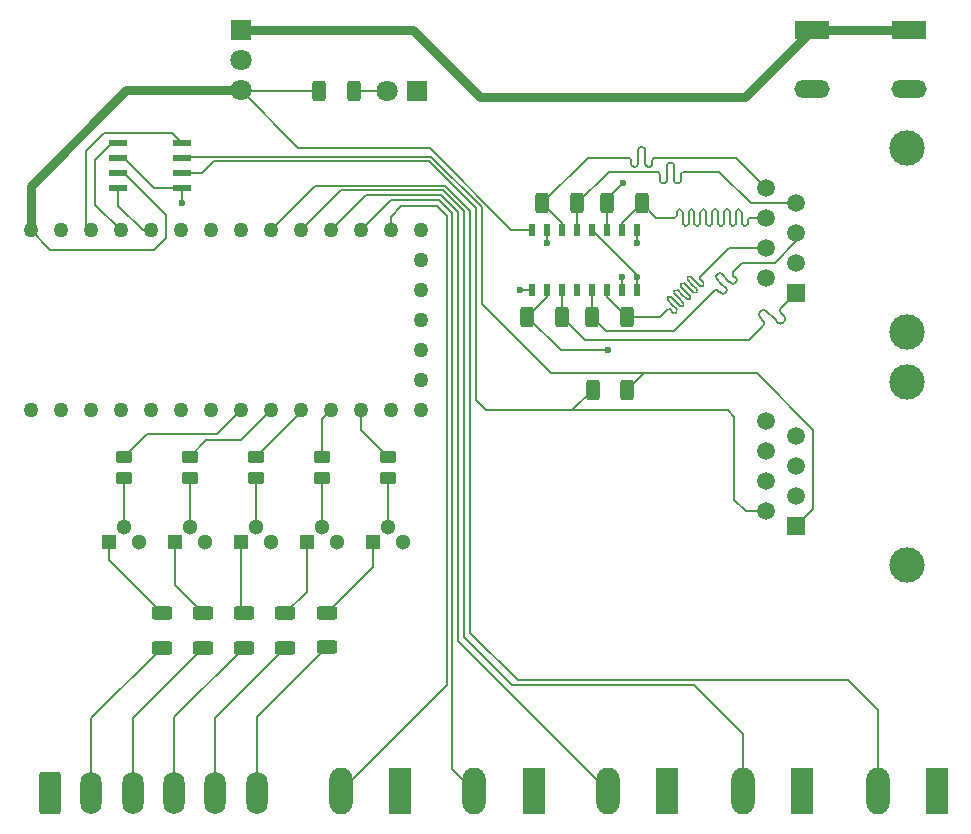
<source format=gtl>
G04 #@! TF.GenerationSoftware,KiCad,Pcbnew,8.0.0*
G04 #@! TF.CreationDate,2024-10-15T09:50:15-05:00*
G04 #@! TF.ProjectId,Rain and Switches Control Board,5261696e-2061-46e6-9420-537769746368,rev?*
G04 #@! TF.SameCoordinates,Original*
G04 #@! TF.FileFunction,Copper,L1,Top*
G04 #@! TF.FilePolarity,Positive*
%FSLAX46Y46*%
G04 Gerber Fmt 4.6, Leading zero omitted, Abs format (unit mm)*
G04 Created by KiCad (PCBNEW 8.0.0) date 2024-10-15 09:50:15*
%MOMM*%
%LPD*%
G01*
G04 APERTURE LIST*
G04 Aperture macros list*
%AMRoundRect*
0 Rectangle with rounded corners*
0 $1 Rounding radius*
0 $2 $3 $4 $5 $6 $7 $8 $9 X,Y pos of 4 corners*
0 Add a 4 corners polygon primitive as box body*
4,1,4,$2,$3,$4,$5,$6,$7,$8,$9,$2,$3,0*
0 Add four circle primitives for the rounded corners*
1,1,$1+$1,$2,$3*
1,1,$1+$1,$4,$5*
1,1,$1+$1,$6,$7*
1,1,$1+$1,$8,$9*
0 Add four rect primitives between the rounded corners*
20,1,$1+$1,$2,$3,$4,$5,0*
20,1,$1+$1,$4,$5,$6,$7,0*
20,1,$1+$1,$6,$7,$8,$9,0*
20,1,$1+$1,$8,$9,$2,$3,0*%
G04 Aperture macros list end*
G04 #@! TA.AperFunction,SMDPad,CuDef*
%ADD10RoundRect,0.250000X0.450000X-0.262500X0.450000X0.262500X-0.450000X0.262500X-0.450000X-0.262500X0*%
G04 #@! TD*
G04 #@! TA.AperFunction,SMDPad,CuDef*
%ADD11R,1.549400X0.609600*%
G04 #@! TD*
G04 #@! TA.AperFunction,SMDPad,CuDef*
%ADD12RoundRect,0.250000X0.625000X-0.312500X0.625000X0.312500X-0.625000X0.312500X-0.625000X-0.312500X0*%
G04 #@! TD*
G04 #@! TA.AperFunction,ComponentPad*
%ADD13R,1.300000X1.300000*%
G04 #@! TD*
G04 #@! TA.AperFunction,ComponentPad*
%ADD14C,1.300000*%
G04 #@! TD*
G04 #@! TA.AperFunction,ComponentPad*
%ADD15RoundRect,0.250000X-0.650000X-1.550000X0.650000X-1.550000X0.650000X1.550000X-0.650000X1.550000X0*%
G04 #@! TD*
G04 #@! TA.AperFunction,ComponentPad*
%ADD16O,1.800000X3.600000*%
G04 #@! TD*
G04 #@! TA.AperFunction,ComponentPad*
%ADD17R,1.800000X1.800000*%
G04 #@! TD*
G04 #@! TA.AperFunction,ComponentPad*
%ADD18C,1.800000*%
G04 #@! TD*
G04 #@! TA.AperFunction,SMDPad,CuDef*
%ADD19RoundRect,0.250000X0.312500X0.625000X-0.312500X0.625000X-0.312500X-0.625000X0.312500X-0.625000X0*%
G04 #@! TD*
G04 #@! TA.AperFunction,SMDPad,CuDef*
%ADD20RoundRect,0.250000X-0.312500X-0.625000X0.312500X-0.625000X0.312500X0.625000X-0.312500X0.625000X0*%
G04 #@! TD*
G04 #@! TA.AperFunction,ComponentPad*
%ADD21O,1.980000X3.960000*%
G04 #@! TD*
G04 #@! TA.AperFunction,ComponentPad*
%ADD22R,1.980000X3.960000*%
G04 #@! TD*
G04 #@! TA.AperFunction,ComponentPad*
%ADD23C,3.000000*%
G04 #@! TD*
G04 #@! TA.AperFunction,ComponentPad*
%ADD24C,1.500000*%
G04 #@! TD*
G04 #@! TA.AperFunction,ComponentPad*
%ADD25R,1.500000X1.500000*%
G04 #@! TD*
G04 #@! TA.AperFunction,ComponentPad*
%ADD26O,3.000000X1.500000*%
G04 #@! TD*
G04 #@! TA.AperFunction,ComponentPad*
%ADD27R,3.000000X1.500000*%
G04 #@! TD*
G04 #@! TA.AperFunction,SMDPad,CuDef*
%ADD28R,0.508000X1.104900*%
G04 #@! TD*
G04 #@! TA.AperFunction,ComponentPad*
%ADD29C,1.265000*%
G04 #@! TD*
G04 #@! TA.AperFunction,ViaPad*
%ADD30C,0.600000*%
G04 #@! TD*
G04 #@! TA.AperFunction,Conductor*
%ADD31C,0.200000*%
G04 #@! TD*
G04 #@! TA.AperFunction,Conductor*
%ADD32C,0.762000*%
G04 #@! TD*
G04 APERTURE END LIST*
D10*
X116582400Y-78243400D03*
X116582400Y-80068400D03*
X122119600Y-78243400D03*
X122119600Y-80068400D03*
X127707600Y-78243400D03*
X127707600Y-80068400D03*
X133295600Y-80068400D03*
X133295600Y-78243400D03*
X138883600Y-80068400D03*
X138883600Y-78243400D03*
D11*
X121459200Y-51671200D03*
X121459200Y-52941200D03*
X121459200Y-54211200D03*
X121459200Y-55481200D03*
X116059200Y-55481200D03*
X116059200Y-54211200D03*
X116059200Y-52941200D03*
X116059200Y-51671200D03*
D12*
X119782800Y-94440400D03*
X119782800Y-91515400D03*
X123237200Y-94440400D03*
X123237200Y-91515400D03*
X126691600Y-94440400D03*
X126691600Y-91515400D03*
X130196800Y-91515400D03*
X130196800Y-94440400D03*
X133752800Y-91464600D03*
X133752800Y-94389600D03*
D13*
X115261600Y-85504000D03*
D14*
X116531600Y-84234000D03*
X117801600Y-85504000D03*
D13*
X120849600Y-85504000D03*
D14*
X122119600Y-84234000D03*
X123389600Y-85504000D03*
D13*
X126437600Y-85504000D03*
D14*
X127707600Y-84234000D03*
X128977600Y-85504000D03*
D13*
X132025600Y-85504000D03*
D14*
X133295600Y-84234000D03*
X134565600Y-85504000D03*
X140153600Y-85504000D03*
X138883600Y-84234000D03*
D13*
X137613600Y-85504000D03*
D15*
X110296000Y-106703800D03*
D16*
X113796000Y-106703800D03*
X117296000Y-106703800D03*
X120796000Y-106703800D03*
X124296000Y-106703800D03*
X127796000Y-106703800D03*
D17*
X126438600Y-42166600D03*
D18*
X126438600Y-44706600D03*
X126438600Y-47246600D03*
D19*
X153651000Y-66403200D03*
X150726000Y-66403200D03*
D20*
X133113800Y-47302400D03*
X136038800Y-47302400D03*
D19*
X160386000Y-56802000D03*
X157461000Y-56802000D03*
D21*
X157578200Y-106535200D03*
D22*
X162578200Y-106535200D03*
D23*
X182873800Y-52150800D03*
X182873800Y-67690800D03*
D24*
X170933800Y-55475800D03*
X173473800Y-56745800D03*
X170933800Y-58015800D03*
X173473800Y-59285800D03*
X170933800Y-60555800D03*
X173473800Y-61825800D03*
X170933800Y-63095800D03*
D25*
X173473800Y-64365800D03*
D18*
X138832800Y-47302400D03*
D17*
X141372800Y-47302400D03*
D19*
X159116000Y-66403200D03*
X156191000Y-66403200D03*
D26*
X174828800Y-47120800D03*
X183028800Y-47120800D03*
D27*
X174828800Y-42120800D03*
X183028800Y-42120800D03*
D19*
X154921000Y-56802000D03*
X151996000Y-56802000D03*
D21*
X180378200Y-106535200D03*
D22*
X185378200Y-106535200D03*
D28*
X151126400Y-59037200D03*
X152396400Y-59037200D03*
X153666400Y-59037200D03*
X154936400Y-59037200D03*
X156206400Y-59037200D03*
X157476400Y-59037200D03*
X158746400Y-59037200D03*
X160016400Y-59037200D03*
X160016400Y-64117200D03*
X158746400Y-64117200D03*
X157476400Y-64117200D03*
X156206400Y-64117200D03*
X154936400Y-64117200D03*
X153666400Y-64117200D03*
X152396400Y-64117200D03*
X151126400Y-64117200D03*
D23*
X182888800Y-71920800D03*
X182888800Y-87460800D03*
D24*
X170948800Y-75245800D03*
X173488800Y-76515800D03*
X170948800Y-77785800D03*
X173488800Y-79055800D03*
X170948800Y-80325800D03*
X173488800Y-81595800D03*
X170948800Y-82865800D03*
D25*
X173488800Y-84135800D03*
D20*
X159171000Y-72578800D03*
X156246000Y-72578800D03*
D29*
X108657600Y-59088000D03*
X111197600Y-59088000D03*
X113737600Y-59088000D03*
X116277600Y-59088000D03*
X118817600Y-59088000D03*
X121357600Y-59088000D03*
X123897600Y-59088000D03*
X126437600Y-59088000D03*
X128977600Y-59088000D03*
X131517600Y-59088000D03*
X134057600Y-59088000D03*
X136597600Y-59088000D03*
X139137600Y-59088000D03*
X141677600Y-59088000D03*
X141677600Y-61628000D03*
X141677600Y-64168000D03*
X141677600Y-66708000D03*
X141677600Y-69248000D03*
X141677600Y-71788000D03*
X141677600Y-74328000D03*
X139137600Y-74328000D03*
X136597600Y-74328000D03*
X134057600Y-74328000D03*
X131517600Y-74328000D03*
X128977600Y-74328000D03*
X126437600Y-74328000D03*
X123897600Y-74328000D03*
X121357600Y-74328000D03*
X118817600Y-74328000D03*
X116277600Y-74328000D03*
X113737600Y-74328000D03*
X111197600Y-74328000D03*
X108657600Y-74328000D03*
D21*
X134938200Y-106535200D03*
D22*
X139938200Y-106535200D03*
D21*
X146238200Y-106535200D03*
D22*
X151238200Y-106535200D03*
D21*
X168958200Y-106535200D03*
D22*
X173958200Y-106535200D03*
D30*
X121446000Y-56778800D03*
X157527200Y-69248000D03*
X158797200Y-55074800D03*
X160016400Y-62999600D03*
X150059600Y-64117200D03*
X152396400Y-60154800D03*
X160016400Y-60154800D03*
X158746400Y-62999600D03*
D31*
X121446000Y-55494400D02*
X121459200Y-55481200D01*
X121446000Y-56778800D02*
X121446000Y-55494400D01*
X119069100Y-55481200D02*
X121459200Y-55481200D01*
X116529100Y-52941200D02*
X119069100Y-55481200D01*
X116059200Y-52941200D02*
X116529100Y-52941200D01*
X156246000Y-72578800D02*
X154496000Y-74328800D01*
X167696000Y-74328800D02*
X154496000Y-74328800D01*
X154496000Y-74328800D02*
X147221000Y-74328800D01*
X160571000Y-71178800D02*
X152746000Y-71178800D01*
X170121000Y-71178800D02*
X160571000Y-71178800D01*
X159171000Y-72578800D02*
X160571000Y-71178800D01*
X170948800Y-82865800D02*
X169208000Y-82865800D01*
X169208000Y-82865800D02*
X168246000Y-81903800D01*
X147221000Y-74328800D02*
X146351200Y-73459000D01*
X168246000Y-81903800D02*
X168246000Y-74878800D01*
X142388800Y-53246000D02*
X124151600Y-53246000D01*
X146351200Y-57208400D02*
X142388800Y-53246000D01*
X168246000Y-74878800D02*
X167696000Y-74328800D01*
X123186400Y-54211200D02*
X121459200Y-54211200D01*
X146351200Y-73459000D02*
X146351200Y-57208400D01*
X124151600Y-53246000D02*
X123186400Y-54211200D01*
X173488800Y-84135800D02*
X174921000Y-82703600D01*
X174921000Y-82703600D02*
X174921000Y-75978800D01*
X146859200Y-65292000D02*
X146859200Y-57150714D01*
X146859200Y-57150714D02*
X142554486Y-52846000D01*
X174921000Y-75978800D02*
X170121000Y-71178800D01*
X142554486Y-52846000D02*
X121554400Y-52846000D01*
X152746000Y-71178800D02*
X146859200Y-65292000D01*
X121554400Y-52846000D02*
X121459200Y-52941200D01*
X127809200Y-106690600D02*
X127796000Y-106703800D01*
X127809200Y-100333200D02*
X127809200Y-106690600D01*
X133752800Y-94389600D02*
X127809200Y-100333200D01*
X124296000Y-106471200D02*
X124309200Y-106484400D01*
X124296000Y-100341200D02*
X124296000Y-106471200D01*
X130196800Y-94440400D02*
X124296000Y-100341200D01*
X120809200Y-106690600D02*
X120796000Y-106703800D01*
X120809200Y-100322800D02*
X120809200Y-106690600D01*
X126691600Y-94440400D02*
X120809200Y-100322800D01*
X117309200Y-106690600D02*
X117296000Y-106703800D01*
X117309200Y-100368400D02*
X117309200Y-106690600D01*
X123237200Y-94440400D02*
X117309200Y-100368400D01*
X113809200Y-106690600D02*
X113796000Y-106703800D01*
X113809200Y-100414000D02*
X113809200Y-106690600D01*
X119782800Y-94440400D02*
X113809200Y-100414000D01*
D32*
X169120800Y-47828800D02*
X174828800Y-42120800D01*
X146674400Y-47828800D02*
X169120800Y-47828800D01*
X141012200Y-42166600D02*
X146674400Y-47828800D01*
X126438600Y-42166600D02*
X141012200Y-42166600D01*
X116739800Y-47246600D02*
X108657600Y-55328800D01*
X126438600Y-47246600D02*
X116739800Y-47246600D01*
X108657600Y-55328800D02*
X108657600Y-59088000D01*
D31*
X161060836Y-53691200D02*
X160940836Y-53691200D01*
X168399200Y-52941200D02*
X161540836Y-52941200D01*
X155856800Y-52941200D02*
X151996000Y-56802000D01*
X160460836Y-52041200D02*
X160340836Y-52041200D01*
X158382005Y-52941200D02*
X155856800Y-52941200D01*
X159500836Y-53451200D02*
X159500836Y-53181200D01*
X160100836Y-52281200D02*
X160100836Y-52941200D01*
X160700836Y-53181200D02*
X160700836Y-52281200D01*
X161300836Y-53181200D02*
X161300836Y-53451200D01*
X159140836Y-52941200D02*
X158382005Y-52941200D01*
X159860836Y-53691200D02*
X159740836Y-53691200D01*
X170933800Y-55475800D02*
X168399200Y-52941200D01*
X159260836Y-52941200D02*
X159140836Y-52941200D01*
X160100836Y-52941200D02*
X160100836Y-53451200D01*
X160700836Y-53451200D02*
X160700836Y-53181200D01*
X160340836Y-52041200D02*
G75*
G03*
X160100800Y-52281200I-36J-240000D01*
G01*
X161300836Y-53451200D02*
G75*
G02*
X161060836Y-53691236I-240036J0D01*
G01*
X160100836Y-53451200D02*
G75*
G02*
X159860836Y-53691236I-240036J0D01*
G01*
X161540836Y-52941200D02*
G75*
G03*
X161300800Y-53181200I-36J-240000D01*
G01*
X160700836Y-52281200D02*
G75*
G03*
X160460836Y-52041164I-240036J0D01*
G01*
X160940836Y-53691200D02*
G75*
G02*
X160700800Y-53451200I-36J240000D01*
G01*
X159500836Y-53181200D02*
G75*
G03*
X159260836Y-52941164I-240036J0D01*
G01*
X159740836Y-53691200D02*
G75*
G02*
X159500800Y-53451200I-36J240000D01*
G01*
X160966503Y-54109600D02*
X157613400Y-54109600D01*
X161565796Y-54109600D02*
X160966503Y-54109600D01*
X163125796Y-54349600D02*
X163125796Y-53599600D01*
X162885796Y-53359600D02*
X162765796Y-53359600D01*
X163125796Y-54869600D02*
X163125796Y-54349600D01*
X157613400Y-54109600D02*
X154921000Y-56802000D01*
X161925796Y-54869600D02*
X161925796Y-54349600D01*
X162525796Y-54109600D02*
X162525796Y-54869600D01*
X162525796Y-53599600D02*
X162525796Y-54109600D01*
X163485796Y-55109600D02*
X163365796Y-55109600D01*
X169612200Y-56745800D02*
X166976000Y-54109600D01*
X173473800Y-56745800D02*
X169612200Y-56745800D01*
X161685796Y-54109600D02*
X161565796Y-54109600D01*
X162285796Y-55109600D02*
X162165796Y-55109600D01*
X166976000Y-54109600D02*
X163965796Y-54109600D01*
X163725796Y-54349600D02*
X163725796Y-54869600D01*
X162525796Y-54869600D02*
G75*
G02*
X162285796Y-55109596I-239996J0D01*
G01*
X163125796Y-53599600D02*
G75*
G03*
X162885796Y-53359604I-239996J0D01*
G01*
X163725796Y-54869600D02*
G75*
G02*
X163485796Y-55109596I-239996J0D01*
G01*
X161925796Y-54349600D02*
G75*
G03*
X161685796Y-54109604I-239996J0D01*
G01*
X162765796Y-53359600D02*
G75*
G03*
X162525800Y-53599600I4J-240000D01*
G01*
X163965796Y-54109600D02*
G75*
G03*
X163725800Y-54349600I4J-240000D01*
G01*
X162165796Y-55109600D02*
G75*
G02*
X161925800Y-54869600I4J240000D01*
G01*
X163365796Y-55109600D02*
G75*
G02*
X163125800Y-54869600I4J240000D01*
G01*
X163065540Y-58015800D02*
X162386381Y-58015800D01*
X163365540Y-57515800D02*
X163365540Y-57815800D01*
X165865540Y-58515800D02*
X165865540Y-58015800D01*
X164165540Y-58715800D02*
X164065540Y-58715800D01*
X165165540Y-58715800D02*
X165065540Y-58715800D01*
X163865540Y-58015800D02*
X163865540Y-57515800D01*
X164365540Y-58015800D02*
X164365540Y-58515800D01*
X165365540Y-58015800D02*
X165365540Y-58515800D01*
X164665540Y-57315800D02*
X164565540Y-57315800D01*
X165865540Y-58015800D02*
X165865540Y-57515800D01*
X164865540Y-58515800D02*
X164865540Y-58015800D01*
X164365540Y-57515800D02*
X164365540Y-58015800D01*
X166165540Y-58715800D02*
X166065540Y-58715800D01*
X161599800Y-58015800D02*
X160386000Y-56802000D01*
X165665540Y-57315800D02*
X165565540Y-57315800D01*
X162386381Y-58015800D02*
X161599800Y-58015800D01*
X163165540Y-58015800D02*
X163065540Y-58015800D01*
X167865540Y-58015800D02*
X167865540Y-57515800D01*
X163865540Y-58515800D02*
X163865540Y-58015800D01*
X168165540Y-58715800D02*
X168065540Y-58715800D01*
X166365540Y-58015800D02*
X166365540Y-58515800D01*
X167665540Y-57315800D02*
X167565540Y-57315800D01*
X165365540Y-57515800D02*
X165365540Y-58015800D01*
X170933800Y-58015800D02*
X169565540Y-58015800D01*
X166365540Y-57515800D02*
X166365540Y-58015800D01*
X164865540Y-58015800D02*
X164865540Y-57515800D01*
X166865540Y-58015800D02*
X166865540Y-57515800D01*
X167365540Y-58015800D02*
X167365540Y-58515800D01*
X167165540Y-58715800D02*
X167065540Y-58715800D01*
X163665540Y-57315800D02*
X163565540Y-57315800D01*
X168665540Y-57315800D02*
X168565540Y-57315800D01*
X166665540Y-57315800D02*
X166565540Y-57315800D01*
X169365540Y-58215800D02*
X169365540Y-58515800D01*
X166865540Y-58515800D02*
X166865540Y-58015800D01*
X168365540Y-57515800D02*
X168365540Y-58015800D01*
X168865540Y-58515800D02*
X168865540Y-58215800D01*
X167365540Y-57515800D02*
X167365540Y-58015800D01*
X167865540Y-58515800D02*
X167865540Y-58015800D01*
X168365540Y-58015800D02*
X168365540Y-58515800D01*
X168865540Y-58215800D02*
X168865540Y-57515800D01*
X169165540Y-58715800D02*
X169065540Y-58715800D01*
X164865540Y-57515800D02*
G75*
G03*
X164665540Y-57315760I-200040J0D01*
G01*
X169565540Y-58015800D02*
G75*
G03*
X169365500Y-58215800I-40J-200000D01*
G01*
X167865540Y-57515800D02*
G75*
G03*
X167665540Y-57315760I-200040J0D01*
G01*
X168365540Y-58515800D02*
G75*
G02*
X168165540Y-58715840I-200040J0D01*
G01*
X166865540Y-57515800D02*
G75*
G03*
X166665540Y-57315760I-200040J0D01*
G01*
X164065540Y-58715800D02*
G75*
G02*
X163865500Y-58515800I-40J200000D01*
G01*
X169065540Y-58715800D02*
G75*
G02*
X168865500Y-58515800I-40J200000D01*
G01*
X169365540Y-58515800D02*
G75*
G02*
X169165540Y-58715840I-200040J0D01*
G01*
X164565540Y-57315800D02*
G75*
G03*
X164365500Y-57515800I-40J-200000D01*
G01*
X167365540Y-58515800D02*
G75*
G02*
X167165540Y-58715840I-200040J0D01*
G01*
X163365540Y-57815800D02*
G75*
G02*
X163165540Y-58015840I-200040J0D01*
G01*
X165565540Y-57315800D02*
G75*
G03*
X165365500Y-57515800I-40J-200000D01*
G01*
X166365540Y-58515800D02*
G75*
G02*
X166165540Y-58715840I-200040J0D01*
G01*
X166565540Y-57315800D02*
G75*
G03*
X166365500Y-57515800I-40J-200000D01*
G01*
X167565540Y-57315800D02*
G75*
G03*
X167365500Y-57515800I-40J-200000D01*
G01*
X165065540Y-58715800D02*
G75*
G02*
X164865500Y-58515800I-40J200000D01*
G01*
X167065540Y-58715800D02*
G75*
G02*
X166865500Y-58515800I-40J200000D01*
G01*
X165865540Y-57515800D02*
G75*
G03*
X165665540Y-57315760I-200040J0D01*
G01*
X165365540Y-58515800D02*
G75*
G02*
X165165540Y-58715840I-200040J0D01*
G01*
X163565540Y-57315800D02*
G75*
G03*
X163365500Y-57515800I-40J-200000D01*
G01*
X164365540Y-58515800D02*
G75*
G02*
X164165540Y-58715840I-200040J0D01*
G01*
X166065540Y-58715800D02*
G75*
G02*
X165865500Y-58515800I-40J200000D01*
G01*
X168565540Y-57315800D02*
G75*
G03*
X168365500Y-57515800I-40J-200000D01*
G01*
X168065540Y-58715800D02*
G75*
G02*
X167865500Y-58515800I-40J200000D01*
G01*
X163865540Y-57515800D02*
G75*
G03*
X163665540Y-57315760I-200040J0D01*
G01*
X168865540Y-57515800D02*
G75*
G03*
X168665540Y-57315760I-200040J0D01*
G01*
X163632903Y-65480774D02*
X163251066Y-65098937D01*
X163533907Y-64816090D02*
X163915746Y-65197930D01*
X163915746Y-65424204D02*
X163859177Y-65480774D01*
X163816753Y-64533250D02*
X163434913Y-64151411D01*
X163208639Y-64151411D02*
X163152070Y-64207979D01*
X164198590Y-64915087D02*
X163816753Y-64533250D01*
X163717757Y-63868566D02*
X164099594Y-64250403D01*
X164382440Y-63967563D02*
X164000600Y-63585724D01*
X164665281Y-63684716D02*
X165047120Y-64066556D01*
X164099594Y-64250403D02*
X164481433Y-64632243D01*
X164340013Y-63020037D02*
X164283444Y-63076605D01*
X170933800Y-60555800D02*
X167794200Y-60555800D01*
X163067216Y-66046461D02*
X162798516Y-65777761D01*
X165344104Y-63232171D02*
X165612805Y-63500872D01*
X165061264Y-63515014D02*
X164566287Y-63020037D01*
X165047120Y-64292830D02*
X164990551Y-64349400D01*
X164283444Y-63302879D02*
X164665281Y-63684716D01*
X165612805Y-63727146D02*
X165556238Y-63783714D01*
X163350059Y-65989891D02*
X163293490Y-66046461D01*
X167794200Y-60555800D02*
X165344105Y-63005895D01*
X165329964Y-63783714D02*
X165061264Y-63515014D01*
X164764277Y-64349400D02*
X164382440Y-63967563D01*
X163774326Y-63585724D02*
X163717757Y-63642292D01*
X164481433Y-64858517D02*
X164424864Y-64915087D01*
X163152070Y-64434253D02*
X163533907Y-64816090D01*
X164990550Y-64349399D02*
G75*
G02*
X164764278Y-64349399I-113136J113136D01*
G01*
X165047119Y-64066557D02*
G75*
G02*
X165047126Y-64292836I-113119J-113143D01*
G01*
X163859176Y-65480773D02*
G75*
G02*
X163632904Y-65480773I-113136J113136D01*
G01*
X165344105Y-63005895D02*
G75*
G03*
X165344138Y-63232137I113095J-113105D01*
G01*
X165612804Y-63500873D02*
G75*
G02*
X165612795Y-63727136I-113104J-113127D01*
G01*
X164424863Y-64915086D02*
G75*
G02*
X164198591Y-64915086I-113136J113136D01*
G01*
X164000599Y-63585725D02*
G75*
G03*
X163774327Y-63585725I-113136J-113136D01*
G01*
X165556237Y-63783713D02*
G75*
G02*
X165329965Y-63783713I-113136J113136D01*
G01*
X164481433Y-64632243D02*
G75*
G02*
X164481453Y-64858537I-113133J-113157D01*
G01*
X164283444Y-63076605D02*
G75*
G03*
X164283486Y-63302837I113156J-113095D01*
G01*
X162798515Y-65777762D02*
G75*
G03*
X162572243Y-65777762I-113136J-113136D01*
G01*
X163915746Y-65197930D02*
G75*
G02*
X163915779Y-65424237I-113146J-113170D01*
G01*
X163717757Y-63642292D02*
G75*
G03*
X163717786Y-63868537I113143J-113108D01*
G01*
X163152070Y-64207979D02*
G75*
G03*
X163152086Y-64434237I113130J-113121D01*
G01*
X163434912Y-64151412D02*
G75*
G03*
X163208640Y-64151412I-113136J-113136D01*
G01*
X164566286Y-63020038D02*
G75*
G03*
X164340014Y-63020038I-113136J-113136D01*
G01*
X162869225Y-64717099D02*
G75*
G03*
X162642953Y-64717099I-113136J-113136D01*
G01*
X163350058Y-65763618D02*
G75*
G02*
X163350104Y-65989936I-113158J-113182D01*
G01*
X163293489Y-66046460D02*
G75*
G02*
X163067217Y-66046460I-113136J113136D01*
G01*
X162586383Y-64773666D02*
G75*
G03*
X162586386Y-64999937I113117J-113134D01*
G01*
X162586383Y-64999940D02*
X162968220Y-65381777D01*
X162968220Y-65381777D02*
X163350059Y-65763617D01*
X162304927Y-66045073D02*
X161946800Y-66403200D01*
X162572242Y-65777761D02*
X162515672Y-65834329D01*
X163251066Y-65098937D02*
X162869226Y-64717098D01*
X161946800Y-66403200D02*
X159116000Y-66403200D01*
X162515672Y-65834329D02*
X162304927Y-66045073D01*
X162642952Y-64717098D02*
X162586383Y-64773666D01*
X166468123Y-64269478D02*
X166091201Y-64646399D01*
X157366000Y-67578200D02*
X156191000Y-66403200D01*
X166091201Y-64646399D02*
X163159400Y-67578200D01*
X163159400Y-67578200D02*
X157366000Y-67578200D01*
X166835819Y-62770409D02*
X166750966Y-62855261D01*
X167967192Y-63562370D02*
X167740918Y-63336096D01*
X168391455Y-63477518D02*
X168306604Y-63562370D01*
X168906400Y-61831200D02*
X168165181Y-62572419D01*
X171649600Y-61831200D02*
X168906400Y-61831200D01*
X173473800Y-60007000D02*
X171649600Y-61831200D01*
X173473800Y-59285800D02*
X173473800Y-60007000D01*
X167740918Y-63336096D02*
X167175231Y-62770409D01*
X168165181Y-62911831D02*
X168391456Y-63138106D01*
X166552977Y-64184625D02*
X166468123Y-64269478D01*
X167118661Y-64410900D02*
X166892387Y-64184626D01*
X167146945Y-63590652D02*
X167542926Y-63986634D01*
X166750966Y-63194673D02*
X167146945Y-63590652D01*
X167542926Y-64326046D02*
X167458073Y-64410900D01*
X166892387Y-64184626D02*
G75*
G03*
X166552996Y-64184644I-169687J-169674D01*
G01*
X167175231Y-62770409D02*
G75*
G03*
X166835819Y-62770409I-169706J-169704D01*
G01*
X167542926Y-63986634D02*
G75*
G02*
X167542886Y-64326006I-169726J-169666D01*
G01*
X166750966Y-62855261D02*
G75*
G03*
X166750933Y-63194706I169734J-169739D01*
G01*
X168391456Y-63138106D02*
G75*
G02*
X168391443Y-63477506I-169656J-169694D01*
G01*
X168306603Y-63562369D02*
G75*
G02*
X167967193Y-63562369I-169705J169700D01*
G01*
X167458072Y-64410899D02*
G75*
G02*
X167118662Y-64410899I-169705J169707D01*
G01*
X168165181Y-62572419D02*
G75*
G03*
X168165206Y-62911806I169719J-169681D01*
G01*
X171648509Y-66615359D02*
X170941400Y-65908250D01*
X172461680Y-66792135D02*
X172355615Y-66898201D01*
X170517136Y-65908250D02*
X170411069Y-66014316D01*
X171931351Y-66898201D02*
X171648509Y-66615359D01*
X170411069Y-66438580D02*
X170693911Y-66721422D01*
X170693911Y-67145686D02*
X170587846Y-67251753D01*
X173473800Y-64365800D02*
X172178838Y-65660762D01*
X169455200Y-68384400D02*
X155632200Y-68384400D01*
X170587846Y-67251753D02*
X169953299Y-67886301D01*
X169953299Y-67886301D02*
X169455200Y-68384400D01*
X172178837Y-66085028D02*
X172461680Y-66367871D01*
X155632200Y-68384400D02*
X153651000Y-66403200D01*
X170941399Y-65908251D02*
G75*
G03*
X170517137Y-65908251I-212131J-212131D01*
G01*
X170693911Y-66721422D02*
G75*
G02*
X170693957Y-67145732I-212111J-212178D01*
G01*
X172355614Y-66898200D02*
G75*
G02*
X171931352Y-66898200I-212131J212131D01*
G01*
X172178838Y-65660762D02*
G75*
G03*
X172178833Y-66085032I212162J-212138D01*
G01*
X172461679Y-66367872D02*
G75*
G02*
X172461676Y-66792131I-212179J-212128D01*
G01*
X170411069Y-66014316D02*
G75*
G03*
X170411117Y-66438532I212131J-212084D01*
G01*
X150726000Y-66403200D02*
X153570800Y-69248000D01*
X153570800Y-69248000D02*
X157527200Y-69248000D01*
X157461000Y-56411000D02*
X158797200Y-55074800D01*
X157461000Y-56802000D02*
X157461000Y-56411000D01*
X157476400Y-56817400D02*
X157461000Y-56802000D01*
X157476400Y-59037200D02*
X157476400Y-56817400D01*
X131320400Y-52128400D02*
X126438600Y-47246600D01*
X149348400Y-59037200D02*
X142439600Y-52128400D01*
X142439600Y-52128400D02*
X131320400Y-52128400D01*
X151126400Y-59037200D02*
X149348400Y-59037200D01*
X150059600Y-64117200D02*
X151126400Y-64117200D01*
X152396400Y-60154800D02*
X152396400Y-59037200D01*
X160016400Y-60154800D02*
X160016400Y-59037200D01*
X158746400Y-62999600D02*
X158746400Y-64117200D01*
X160016400Y-62847200D02*
X156206400Y-59037200D01*
X160016400Y-62999600D02*
X160016400Y-62847200D01*
X160016400Y-62999600D02*
X160016400Y-64117200D01*
X137048400Y-56097200D02*
X134057600Y-59088000D01*
X144878000Y-57557115D02*
X143418085Y-56097200D01*
X144878000Y-93835000D02*
X144878000Y-57557115D01*
X157578200Y-106535200D02*
X144878000Y-93835000D01*
X143418085Y-56097200D02*
X137048400Y-56097200D01*
X143583770Y-55697200D02*
X134908400Y-55697200D01*
X145335200Y-57448630D02*
X143583770Y-55697200D01*
X145335200Y-93479600D02*
X145335200Y-57448630D01*
X164836000Y-97588000D02*
X149443600Y-97588000D01*
X134908400Y-55697200D02*
X131517600Y-59088000D01*
X168958200Y-101710200D02*
X164836000Y-97588000D01*
X168958200Y-106535200D02*
X168958200Y-101710200D01*
X149443600Y-97588000D02*
X145335200Y-93479600D01*
X149907200Y-97188000D02*
X145894000Y-93174800D01*
X143749455Y-55297200D02*
X132768400Y-55297200D01*
X132768400Y-55297200D02*
X128977600Y-59088000D01*
X180378200Y-99668200D02*
X177898000Y-97188000D01*
X180378200Y-106535200D02*
X180378200Y-99668200D01*
X177898000Y-97188000D02*
X149907200Y-97188000D01*
X145894000Y-93174800D02*
X145894000Y-57441745D01*
X145894000Y-57441745D02*
X143749455Y-55297200D01*
X139188400Y-56497200D02*
X136597600Y-59088000D01*
X144370000Y-57614800D02*
X143252400Y-56497200D01*
X144370000Y-104667000D02*
X144370000Y-57614800D01*
X146238200Y-106535200D02*
X144370000Y-104667000D01*
X143252400Y-56497200D02*
X139188400Y-56497200D01*
X143912800Y-57868800D02*
X143912800Y-97560600D01*
X143912800Y-97560600D02*
X134938200Y-106535200D01*
X140001200Y-57056000D02*
X143100000Y-57056000D01*
X139137600Y-57919600D02*
X140001200Y-57056000D01*
X139137600Y-59088000D02*
X139137600Y-57919600D01*
X143100000Y-57056000D02*
X143912800Y-57868800D01*
X157476400Y-64763600D02*
X159116000Y-66403200D01*
X157476400Y-64117200D02*
X157476400Y-64763600D01*
X156206400Y-66387800D02*
X156191000Y-66403200D01*
X156206400Y-64117200D02*
X156206400Y-66387800D01*
X153666400Y-64117200D02*
X153666400Y-66387800D01*
X153666400Y-66387800D02*
X153651000Y-66403200D01*
X152396400Y-64732800D02*
X150726000Y-66403200D01*
X152396400Y-64117200D02*
X152396400Y-64732800D01*
X158746400Y-58441600D02*
X160386000Y-56802000D01*
X158746400Y-59037200D02*
X158746400Y-58441600D01*
X154936400Y-56817400D02*
X154921000Y-56802000D01*
X154936400Y-59037200D02*
X154936400Y-56817400D01*
X153666400Y-58472400D02*
X151996000Y-56802000D01*
X153666400Y-59037200D02*
X153666400Y-58472400D01*
X126494400Y-47302400D02*
X126438600Y-47246600D01*
X133113800Y-47302400D02*
X126494400Y-47302400D01*
X136038800Y-47302400D02*
X138832800Y-47302400D01*
X120087600Y-59748400D02*
X119122400Y-60713600D01*
X119122400Y-60713600D02*
X110283200Y-60713600D01*
X120087600Y-57769700D02*
X120087600Y-59748400D01*
X116529100Y-54211200D02*
X120087600Y-57769700D01*
X116059200Y-54211200D02*
X116529100Y-54211200D01*
X110283200Y-60713600D02*
X108657600Y-59088000D01*
X113331200Y-58681600D02*
X113737600Y-59088000D01*
X113331200Y-52382400D02*
X113331200Y-58681600D01*
X120646400Y-50858400D02*
X114855200Y-50858400D01*
X121459200Y-51671200D02*
X120646400Y-50858400D01*
X114855200Y-50858400D02*
X113331200Y-52382400D01*
X118157200Y-59088000D02*
X118817600Y-59088000D01*
X116059200Y-56990000D02*
X118157200Y-59088000D01*
X116059200Y-55481200D02*
X116059200Y-56990000D01*
X114144000Y-56954400D02*
X116277600Y-59088000D01*
X114144000Y-53116500D02*
X114144000Y-56954400D01*
X115589300Y-51671200D02*
X114144000Y-53116500D01*
X116059200Y-51671200D02*
X115589300Y-51671200D01*
D32*
X174828800Y-42120800D02*
X183028800Y-42120800D01*
D31*
X137613600Y-87603800D02*
X133752800Y-91464600D01*
X137613600Y-85504000D02*
X137613600Y-87603800D01*
X132025600Y-89686600D02*
X130196800Y-91515400D01*
X132025600Y-85504000D02*
X132025600Y-89686600D01*
X126437600Y-91261400D02*
X126691600Y-91515400D01*
X126437600Y-85504000D02*
X126437600Y-91261400D01*
X120849600Y-89127800D02*
X123237200Y-91515400D01*
X120849600Y-85504000D02*
X120849600Y-89127800D01*
X115261600Y-86994200D02*
X119782800Y-91515400D01*
X115261600Y-85504000D02*
X115261600Y-86994200D01*
X138883600Y-80068400D02*
X138883600Y-84234000D01*
X133295600Y-80068400D02*
X133295600Y-84234000D01*
X127707600Y-80068400D02*
X127707600Y-84234000D01*
X122119600Y-80068400D02*
X122119600Y-84234000D01*
X116582400Y-84183200D02*
X116531600Y-84234000D01*
X116582400Y-80068400D02*
X116582400Y-84183200D01*
X131517600Y-74433400D02*
X131517600Y-74328000D01*
X127707600Y-78243400D02*
X131517600Y-74433400D01*
X136597600Y-75957400D02*
X138883600Y-78243400D01*
X136597600Y-74328000D02*
X136597600Y-75957400D01*
X133295600Y-75090000D02*
X133295600Y-78243400D01*
X134057600Y-74328000D02*
X133295600Y-75090000D01*
X123495000Y-76868000D02*
X122119600Y-78243400D01*
X128977600Y-74328000D02*
X126437600Y-76868000D01*
X126437600Y-76868000D02*
X123495000Y-76868000D01*
X124456400Y-76309200D02*
X126437600Y-74328000D01*
X118516600Y-76309200D02*
X124456400Y-76309200D01*
X116582400Y-78243400D02*
X118516600Y-76309200D01*
M02*

</source>
